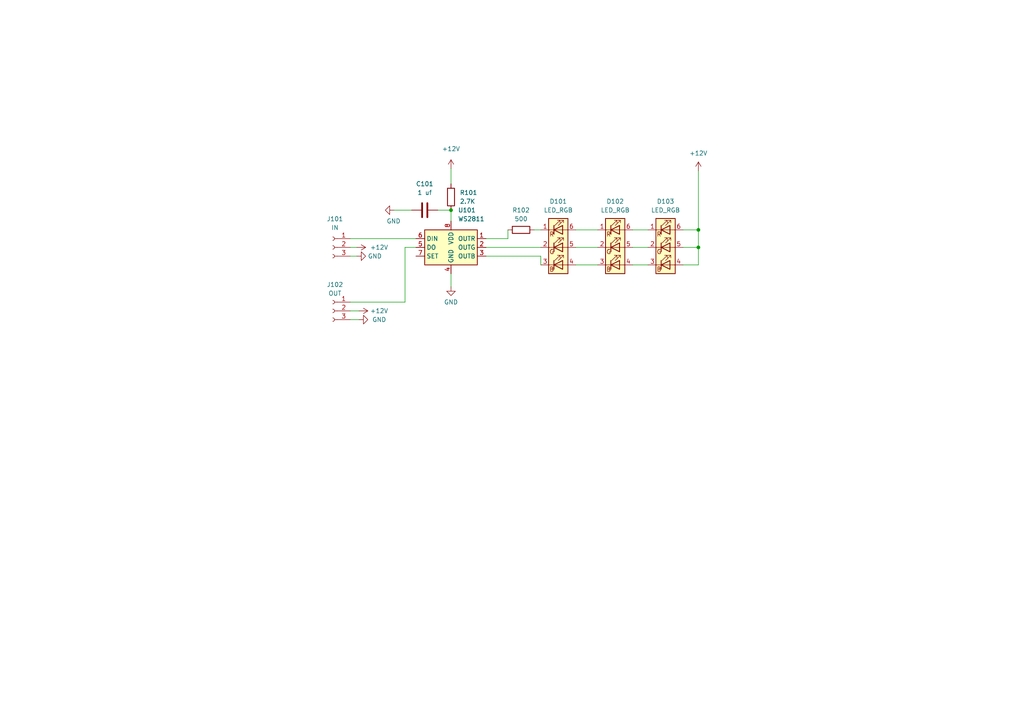
<source format=kicad_sch>
(kicad_sch (version 20211123) (generator eeschema)
  (paper "A4")
  (lib_symbols
    (symbol "Connector:Conn_01x03_Female" (pin_names (offset 1.016) hide)
      (property "Reference" "J" (at 0 5.08 0))
      (property "Value" "Conn_01x03_Female" (at 0 -5.08 0))
      (symbol "Conn_01x03_Female_1_1"
        (arc (start 0 -2.032) (mid -0.508 -2.54) (end 0 -3.048) (stroke (width 0.1524)))
        (polyline (pts (xy -1.27 -2.54) (xy -0.508 -2.54)) (stroke (width 0.1524)))
        (polyline (pts (xy -1.27 0) (xy -0.508 0)) (stroke (width 0.1524)))
        (polyline (pts (xy -1.27 2.54) (xy -0.508 2.54)) (stroke (width 0.1524)))
        (arc (start 0 0.508) (mid -0.508 0) (end 0 -0.508) (stroke (width 0.1524)))
        (arc (start 0 3.048) (mid -0.508 2.54) (end 0 2.032) (stroke (width 0.1524)))
        (pin passive line (at -5.08 2.54 0) (length 3.81) (name "Pin_1") (number "1"))
        (pin passive line (at -5.08 0 0) (length 3.81) (name "Pin_2") (number "2"))
        (pin passive line (at -5.08 -2.54 0) (length 3.81) (name "Pin_3") (number "3"))
      )
    )
    (symbol "Device:C" (pin_numbers hide) (pin_names (offset 0.254))
      (property "Reference" "C" (at 0.635 2.54 0))
      (property "Value" "C" (at 0.635 -2.54 0))
      (symbol "C_0_1"
        (polyline (pts (xy -2.032 -0.762) (xy 2.032 -0.762)) (stroke (width 0.508)))
        (polyline (pts (xy -2.032 0.762) (xy 2.032 0.762)) (stroke (width 0.508)))
      )
      (symbol "C_1_1"
        (pin passive line (at 0 3.81 270) (length 2.794) (name "~") (number "1"))
        (pin passive line (at 0 -3.81 90) (length 2.794) (name "~") (number "2"))
      )
    )
    (symbol "Device:LED_RGB" (pin_names (offset 0) hide)
      (property "Reference" "D" (at 0 9.398 0))
      (property "Value" "LED_RGB" (at 0 -8.89 0))
      (symbol "LED_RGB_0_0"
        (text "B" (at -1.905 -6.35 0) (effects (font (size 1.27 1.27))))
        (text "G" (at -1.905 -1.27 0) (effects (font (size 1.27 1.27))))
        (text "R" (at -1.905 3.81 0) (effects (font (size 1.27 1.27))))
      )
      (symbol "LED_RGB_0_1"
        (polyline (pts (xy -1.27 -5.08) (xy -2.54 -5.08)))
        (polyline (pts (xy -1.27 -5.08) (xy 1.27 -5.08)))
        (polyline (pts (xy -1.27 -3.81) (xy -1.27 -6.35)) (stroke (width 0.254)))
        (polyline (pts (xy -1.27 0) (xy -2.54 0)))
        (polyline (pts (xy -1.27 1.27) (xy -1.27 -1.27)) (stroke (width 0.254)))
        (polyline (pts (xy -1.27 5.08) (xy -2.54 5.08)))
        (polyline (pts (xy -1.27 5.08) (xy 1.27 5.08)))
        (polyline (pts (xy -1.27 6.35) (xy -1.27 3.81)) (stroke (width 0.254)))
        (polyline (pts (xy 1.27 -5.08) (xy 2.54 -5.08)))
        (polyline (pts (xy 1.27 0) (xy -1.27 0)))
        (polyline (pts (xy 1.27 0) (xy 2.54 0)))
        (polyline (pts (xy 1.27 5.08) (xy 2.54 5.08)))
        (polyline (pts (xy -1.27 1.27) (xy -1.27 -1.27) (xy -1.27 -1.27)))
        (polyline (pts (xy -1.27 6.35) (xy -1.27 3.81) (xy -1.27 3.81)))
        (polyline (pts (xy 1.27 -3.81) (xy 1.27 -6.35) (xy -1.27 -5.08) (xy 1.27 -3.81)) (stroke (width 0.254)))
        (polyline (pts (xy 1.27 1.27) (xy 1.27 -1.27) (xy -1.27 0) (xy 1.27 1.27)) (stroke (width 0.254)))
        (polyline (pts (xy 1.27 6.35) (xy 1.27 3.81) (xy -1.27 5.08) (xy 1.27 6.35)) (stroke (width 0.254)))
        (polyline (pts (xy -1.016 -3.81) (xy 0.508 -2.286) (xy -0.254 -2.286) (xy 0.508 -2.286) (xy 0.508 -3.048)))
        (polyline (pts (xy -1.016 1.27) (xy 0.508 2.794) (xy -0.254 2.794) (xy 0.508 2.794) (xy 0.508 2.032)))
        (polyline (pts (xy -1.016 6.35) (xy 0.508 7.874) (xy -0.254 7.874) (xy 0.508 7.874) (xy 0.508 7.112)))
        (polyline (pts (xy 0 -3.81) (xy 1.524 -2.286) (xy 0.762 -2.286) (xy 1.524 -2.286) (xy 1.524 -3.048)))
        (polyline (pts (xy 0 1.27) (xy 1.524 2.794) (xy 0.762 2.794) (xy 1.524 2.794) (xy 1.524 2.032)))
        (polyline (pts (xy 0 6.35) (xy 1.524 7.874) (xy 0.762 7.874) (xy 1.524 7.874) (xy 1.524 7.112)))
        (rectangle (start 1.27 -1.27) (end 1.27 1.27))
        (rectangle (start 1.27 1.27) (end 1.27 1.27))
        (rectangle (start 1.27 3.81) (end 1.27 6.35))
        (rectangle (start 1.27 6.35) (end 1.27 6.35))
        (rectangle (start 2.794 8.382) (end -2.794 -7.62) (stroke (width 0.254)) (fill (type background)))
      )
      (symbol "LED_RGB_1_1"
        (pin passive line (at -5.08 5.08 0) (length 2.54) (name "RK") (number "1"))
        (pin passive line (at -5.08 0 0) (length 2.54) (name "GK") (number "2"))
        (pin passive line (at -5.08 -5.08 0) (length 2.54) (name "BK") (number "3"))
        (pin passive line (at 5.08 -5.08 180) (length 2.54) (name "BA") (number "4"))
        (pin passive line (at 5.08 0 180) (length 2.54) (name "GA") (number "5"))
        (pin passive line (at 5.08 5.08 180) (length 2.54) (name "RA") (number "6"))
      )
    )
    (symbol "Device:R" (pin_numbers hide) (pin_names (offset 0))
      (property "Reference" "R" (at 2.032 0 90))
      (property "Value" "R" (at 0 0 90))
      (symbol "R_0_1"
        (rectangle (start -1.016 -2.54) (end 1.016 2.54) (stroke (width 0.254)))
      )
      (symbol "R_1_1"
        (pin passive line (at 0 3.81 270) (length 1.27) (name "~") (number "1"))
        (pin passive line (at 0 -3.81 90) (length 1.27) (name "~") (number "2"))
      )
    )
    (symbol "Driver_LED:WS2811"
      (property "Reference" "U" (at -6.35 6.35 0))
      (property "Value" "WS2811" (at 5.08 6.35 0))
      (symbol "WS2811_0_1"
        (rectangle (start -7.62 5.08) (end 7.62 -5.08) (stroke (width 0.254)) (fill (type background)))
      )
      (symbol "WS2811_1_1"
        (pin output line (at 10.16 2.54 180) (length 2.54) (name "OUTR") (number "1"))
        (pin output line (at 10.16 0 180) (length 2.54) (name "OUTG") (number "2"))
        (pin output line (at 10.16 -2.54 180) (length 2.54) (name "OUTB") (number "3"))
        (pin power_in line (at 0 -7.62 90) (length 2.54) (name "GND") (number "4"))
        (pin output line (at -10.16 0 0) (length 2.54) (name "DO") (number "5"))
        (pin input line (at -10.16 2.54 0) (length 2.54) (name "DIN") (number "6"))
        (pin input line (at -10.16 -2.54 0) (length 2.54) (name "SET") (number "7"))
        (pin power_in line (at 0 7.62 270) (length 2.54) (name "VDD") (number "8"))
      )
    )
    (symbol "power:+12V" (power) (pin_names (offset 0))
      (property "Value" "+12V" (at 0 3.556 0))
      (symbol "+12V_0_1"
        (polyline (pts (xy -0.762 1.27) (xy 0 2.54)))
        (polyline (pts (xy 0 0) (xy 0 2.54)))
        (polyline (pts (xy 0 2.54) (xy 0.762 1.27)))
      )
      (symbol "+12V_1_1"
        (pin power_in line (at 0 0 90) (length 0) hide (name "+12V") (number "1"))
      )
    )
    (symbol "power:GND" (power) (pin_names (offset 0))
      (property "Value" "GND" (at 0 -3.81 0))
      (symbol "GND_0_1"
        (polyline (pts (xy 0 0) (xy 0 -1.27) (xy 1.27 -1.27) (xy 0 -2.54) (xy -1.27 -1.27) (xy 0 -1.27)))
      )
      (symbol "GND_1_1"
        (pin power_in line (at 0 0 270) (length 0) hide (name "GND") (number "1"))
      )
    )
  )
  (junction (at 130.81 60.96))
  (junction (at 202.565 66.675))
  (junction (at 202.565 71.755))
  (wire (pts (xy 202.565 71.755) (xy 202.565 76.835)))
  (wire (pts (xy 147.32 69.215) (xy 147.32 66.675)))
  (wire (pts (xy 167.005 76.835) (xy 173.355 76.835)))
  (wire (pts (xy 101.6 90.17) (xy 104.14 90.17)))
  (wire (pts (xy 120.65 71.755) (xy 117.475 71.755)))
  (wire (pts (xy 156.845 74.295) (xy 156.845 76.835)))
  (wire (pts (xy 140.97 74.295) (xy 156.845 74.295)))
  (wire (pts (xy 127 60.96) (xy 130.81 60.96)))
  (wire (pts (xy 130.81 48.895) (xy 130.81 53.34)))
  (wire (pts (xy 202.565 71.755) (xy 198.12 71.755)))
  (wire (pts (xy 202.565 49.53) (xy 202.565 66.675)))
  (wire (pts (xy 101.6 74.295) (xy 103.505 74.295)))
  (wire (pts (xy 140.97 69.215) (xy 147.32 69.215)))
  (wire (pts (xy 101.6 69.215) (xy 120.65 69.215)))
  (wire (pts (xy 140.97 71.755) (xy 156.845 71.755)))
  (wire (pts (xy 130.81 60.96) (xy 130.81 64.135)))
  (wire (pts (xy 183.515 66.675) (xy 187.96 66.675)))
  (wire (pts (xy 114.3 60.96) (xy 119.38 60.96)))
  (wire (pts (xy 202.565 76.835) (xy 198.12 76.835)))
  (wire (pts (xy 202.565 66.675) (xy 202.565 71.755)))
  (wire (pts (xy 154.94 66.675) (xy 156.845 66.675)))
  (wire (pts (xy 130.81 79.375) (xy 130.81 83.185)))
  (wire (pts (xy 183.515 71.755) (xy 187.96 71.755)))
  (wire (pts (xy 101.6 92.71) (xy 104.14 92.71)))
  (wire (pts (xy 167.005 66.675) (xy 173.355 66.675)))
  (wire (pts (xy 117.475 87.63) (xy 101.6 87.63)))
  (wire (pts (xy 101.6 71.755) (xy 103.505 71.755)))
  (wire (pts (xy 202.565 66.675) (xy 198.12 66.675)))
  (wire (pts (xy 117.475 71.755) (xy 117.475 87.63)))
  (wire (pts (xy 183.515 76.835) (xy 187.96 76.835)))
  (wire (pts (xy 167.005 71.755) (xy 173.355 71.755)))
  (symbol (lib_id "Device:LED_RGB") (at 178.435 71.755 0) (unit 1)
    (property "Reference" "D102" (at 178.435 58.42 0))
    (property "Value" "LED_RGB" (at 178.435 60.96 0))
    (property "Footprint" "LED_SMD:LED_RGB_Cree-PLCC-6_6x5mm_P2.1mm" (effects hide))
    (property "Mouser Part Number" "941-P6CFKBCKNPRGJ7A3" (effects hide))
    (property "LCSC" "C7107714" (effects hide))
  )
  (symbol (lib_id "power:GND") (at 130.81 83.185 0) (unit 1)
    (property "Reference" "#PWR0101" (effects hide))
    (property "Value" "GND" (at 130.81 87.63 0))
  )
  (symbol (lib_id "power:+12V") (at 130.81 48.895 0) (unit 1)
    (property "Reference" "#PWR0104" (effects hide))
    (property "Value" "+12V" (at 130.81 43.18 0))
  )
  (symbol (lib_id "Device:LED_RGB") (at 161.925 71.755 0) (unit 1)
    (property "Reference" "D101" (at 161.925 58.42 0))
    (property "Value" "LED_RGB" (at 161.925 60.96 0))
    (property "Footprint" "LED_SMD:LED_RGB_Cree-PLCC-6_6x5mm_P2.1mm" (effects hide))
    (property "Mouser Part Number" "941-P6CFKBCKNPRGJ7A3" (effects hide))
    (property "LCSC" "C7107714" (effects hide))
  )
  (symbol (lib_id "Device:C") (at 123.19 60.96 90) (unit 1)
    (property "Reference" "C101" (at 123.19 53.34 90))
    (property "Value" "1 uf" (at 123.19 55.88 90))
    (property "Footprint" "Capacitor_SMD:C_0603_1608Metric" (effects hide))
    (property "Mouser Part Number" "963-MSASE168SC6105MT" (effects hide))
    (property "LCSC" "C6916185" (effects hide))
  )
  (symbol (lib_id "Connector:Conn_01x03_Female") (at 96.52 90.17 0) (mirror y) (unit 1)
    (property "Reference" "J102" (at 97.155 82.55 0))
    (property "Value" "OUT" (at 97.155 85.09 0))
    (property "Footprint" "Connector_JST:JST_PH_S3B-PH-SM4-TB_1x03-1MP_P2.00mm_Horizontal" (effects hide))
    (property "Mouser Part Number" "306-S3BPHSM4TBLFSN " (effects hide))
    (property "LCSC" "C265101" (effects hide))
  )
  (symbol (lib_id "Device:R") (at 151.13 66.675 90) (unit 1)
    (property "Reference" "R102" (at 151.13 60.96 90))
    (property "Value" "500" (at 151.13 63.5 90))
    (property "Footprint" "Resistor_SMD:R_0603_1608Metric" (effects hide))
    (property "Mouser Part Number" "603-RT0603BRC07500RL" (effects hide))
    (property "LCSC" "C860931" (effects hide))
  )
  (symbol (lib_id "Connector:Conn_01x03_Female") (at 96.52 71.755 0) (mirror y) (unit 1)
    (property "Reference" "J101" (at 97.155 63.5 0))
    (property "Value" "IN" (at 97.155 66.04 0))
    (property "Footprint" "Connector_JST:JST_PH_S3B-PH-SM4-TB_1x03-1MP_P2.00mm_Horizontal" (effects hide))
    (property "Mouser Part Number" "306-S3BPHSM4TBLFSN " (effects hide))
    (property "LCSC" "C265101" (effects hide))
  )
  (symbol (lib_id "power:+12V") (at 104.14 90.17 270) (unit 1)
    (property "Reference" "#PWR0105" (effects hide))
    (property "Value" "+12V" (at 107.315 90.1699 90) (effects (justify left)))
  )
  (symbol (lib_id "power:GND") (at 103.505 74.295 90) (unit 1)
    (property "Reference" "#PWR0106" (effects hide))
    (property "Value" "GND" (at 106.68 74.2949 90) (effects (justify right)))
  )
  (symbol (lib_id "Device:R") (at 130.81 57.15 0) (unit 1)
    (property "Reference" "R101" (at 133.35 55.8799 0) (effects (justify left)))
    (property "Value" "2.7K" (at 133.35 58.4199 0) (effects (justify left)))
    (property "Footprint" "Resistor_SMD:R_0603_1608Metric" (effects hide))
    (property "Mouser Part Number" "667-ERA-3AED272V" (effects hide))
    (property "LCSC" "C2086142" (effects hide))
  )
  (symbol (lib_id "Driver_LED:WS2811") (at 130.81 71.755 0) (unit 1)
    (property "Reference" "U101" (at 132.8294 60.96 0) (effects (justify left)))
    (property "Value" "WS2811" (at 132.8294 63.5 0) (effects (justify left)))
    (property "Footprint" "Package_SO:SOP-8_3.9x4.9mm_P1.27mm" (effects hide))
    (property "Datasheet" "https://cdn-shop.adafruit.com/datasheets/WS2811.pdf" (effects hide))
    (property "LCSC" "C114581" (effects hide))
  )
  (symbol (lib_id "power:GND") (at 114.3 60.96 270) (unit 1)
    (property "Reference" "#PWR0102" (effects hide))
    (property "Value" "GND" (at 116.205 64.135 90) (effects (justify right)))
  )
  (symbol (lib_id "power:+12V") (at 202.565 49.53 0) (unit 1)
    (property "Reference" "#PWR0103" (effects hide))
    (property "Value" "+12V" (at 202.565 44.45 0))
  )
  (symbol (lib_id "power:GND") (at 104.14 92.71 90) (unit 1)
    (property "Reference" "#PWR0107" (effects hide))
    (property "Value" "GND" (at 107.95 92.7099 90) (effects (justify right)))
  )
  (symbol (lib_id "power:+12V") (at 103.505 71.755 270) (unit 1)
    (property "Reference" "#PWR0108" (effects hide))
    (property "Value" "+12V" (at 107.315 71.7549 90) (effects (justify left)))
  )
  (symbol (lib_id "Device:LED_RGB") (at 193.04 71.755 0) (unit 1)
    (property "Reference" "D103" (at 193.04 58.42 0))
    (property "Value" "LED_RGB" (at 193.04 60.96 0))
    (property "Footprint" "LED_SMD:LED_RGB_Cree-PLCC-6_6x5mm_P2.1mm" (effects hide))
    (property "Mouser Part Number" "941-P6CFKBCKNPRGJ7A3" (effects hide))
    (property "LCSC" "C7107714" (effects hide))
  )
)
</source>
